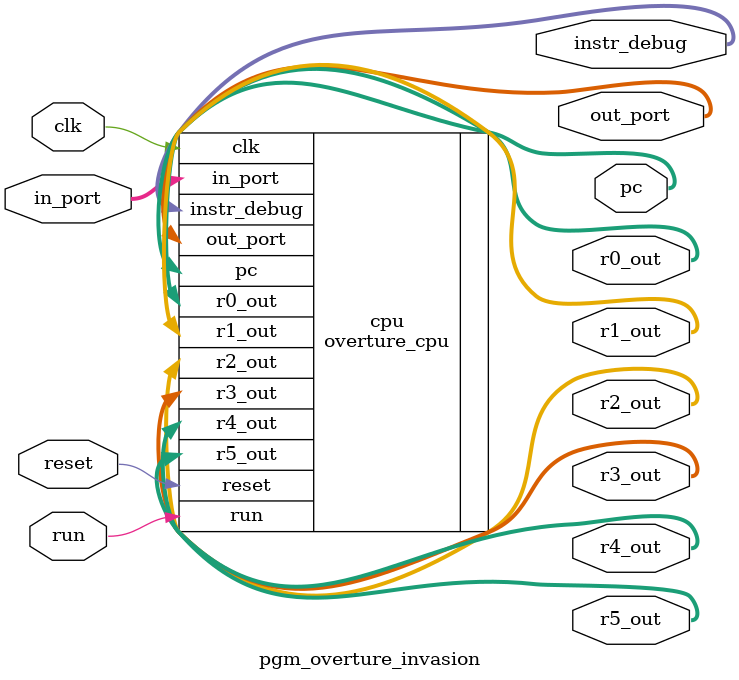
<source format=sv>
module pgm_overture_invasion (
    input        clk,
    input        reset,
    input        run,
    input  [7:0] in_port,
    output [7:0] pc,
    output [7:0] out_port,
    output [7:0] instr_debug,
    output [7:0] r0_out,
    output [7:0] r1_out,
    output [7:0] r2_out,
    output [7:0] r3_out,
    output [7:0] r4_out,
    output [7:0] r5_out
);

    // Program wrapper for overture_invasion.txt.
    overture_cpu cpu (
        .clk(clk),
        .reset(reset),
        .run(run),
        .in_port(in_port),
        .pc(pc),
        .out_port(out_port),
        .instr_debug(instr_debug),
        .r0_out(r0_out),
        .r1_out(r1_out),
        .r2_out(r2_out),
        .r3_out(r3_out),
        .r4_out(r4_out),
        .r5_out(r5_out)
    );

endmodule

</source>
